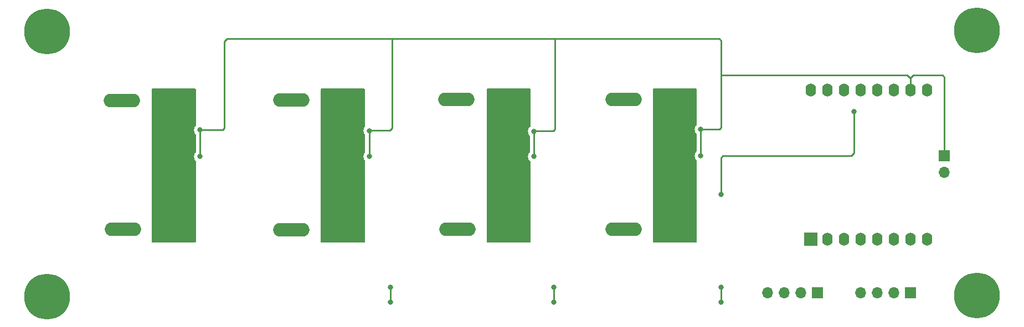
<source format=gbr>
G04 #@! TF.GenerationSoftware,KiCad,Pcbnew,8.0.5*
G04 #@! TF.CreationDate,2025-06-13T07:27:13+02:00*
G04 #@! TF.ProjectId,4-Kanal_Power_Meter,342d4b61-6e61-46c5-9f50-6f7765725f4d,rev?*
G04 #@! TF.SameCoordinates,Original*
G04 #@! TF.FileFunction,Copper,L2,Bot*
G04 #@! TF.FilePolarity,Positive*
%FSLAX46Y46*%
G04 Gerber Fmt 4.6, Leading zero omitted, Abs format (unit mm)*
G04 Created by KiCad (PCBNEW 8.0.5) date 2025-06-13 07:27:13*
%MOMM*%
%LPD*%
G01*
G04 APERTURE LIST*
G04 #@! TA.AperFunction,ComponentPad*
%ADD10O,5.550000X2.100000*%
G04 #@! TD*
G04 #@! TA.AperFunction,ComponentPad*
%ADD11C,7.000000*%
G04 #@! TD*
G04 #@! TA.AperFunction,ComponentPad*
%ADD12R,1.700000X1.700000*%
G04 #@! TD*
G04 #@! TA.AperFunction,ComponentPad*
%ADD13O,1.700000X1.700000*%
G04 #@! TD*
G04 #@! TA.AperFunction,ComponentPad*
%ADD14R,2.000000X2.000000*%
G04 #@! TD*
G04 #@! TA.AperFunction,ComponentPad*
%ADD15O,1.600000X2.000000*%
G04 #@! TD*
G04 #@! TA.AperFunction,ViaPad*
%ADD16C,0.800000*%
G04 #@! TD*
G04 #@! TA.AperFunction,Conductor*
%ADD17C,0.250000*%
G04 #@! TD*
G04 APERTURE END LIST*
D10*
X113499900Y-79146400D03*
X121399900Y-79146400D03*
D11*
X76200000Y-68580000D03*
D12*
X213360000Y-87655400D03*
D13*
X213360000Y-90195400D03*
D11*
X218287600Y-68478400D03*
X76200000Y-109220000D03*
X218287600Y-109118400D03*
D14*
X192900300Y-100482400D03*
D15*
X195440300Y-100482400D03*
X197980300Y-100482400D03*
X200520300Y-100482400D03*
X203060300Y-100482400D03*
X205600300Y-100482400D03*
X208140300Y-100482400D03*
X210680300Y-100482400D03*
X210680300Y-77622400D03*
X208140300Y-77622400D03*
X205600300Y-77622400D03*
X203060300Y-77622400D03*
X200520300Y-77622400D03*
X197980300Y-77622400D03*
X195440300Y-77622400D03*
X192900300Y-77622400D03*
D10*
X138772300Y-79019400D03*
X146672300Y-79019400D03*
D12*
X193941700Y-108635800D03*
D13*
X191401700Y-108635800D03*
X188861700Y-108635800D03*
X186321700Y-108635800D03*
D10*
X87604300Y-79194400D03*
X95504300Y-79194400D03*
D12*
X208165700Y-108635800D03*
D13*
X205625700Y-108635800D03*
X203085700Y-108635800D03*
X200545700Y-108635800D03*
D10*
X164273900Y-79044800D03*
X172173900Y-79044800D03*
X138899300Y-98958400D03*
X146799300Y-98958400D03*
X113473900Y-99009200D03*
X121373900Y-99009200D03*
X87744300Y-98958400D03*
X95644300Y-98958400D03*
X164273900Y-98958400D03*
X172173900Y-98958400D03*
D16*
X176092400Y-87655400D03*
X176092400Y-83616800D03*
X99555300Y-83718400D03*
X125463300Y-83827800D03*
X99555300Y-87782400D03*
X150609300Y-83904000D03*
X150609300Y-87782400D03*
X125463300Y-87782400D03*
X199555100Y-80924400D03*
X179184300Y-107848400D03*
X153657300Y-110134400D03*
X153657300Y-107848400D03*
X128689100Y-107797600D03*
X128689100Y-110083600D03*
X179184300Y-110134400D03*
X179235100Y-93624400D03*
D17*
X176092400Y-83616800D02*
X178981100Y-83616800D01*
X99555300Y-83718400D02*
X99555300Y-87782400D01*
X153517600Y-83845400D02*
X153797000Y-83566000D01*
X128943100Y-83426300D02*
X128943100Y-69748400D01*
X153797000Y-83566000D02*
X153797000Y-69913500D01*
X128600200Y-83769200D02*
X128943100Y-83426300D01*
X125648900Y-83718400D02*
X125463300Y-83904000D01*
X176092400Y-84124800D02*
X176092400Y-83616800D01*
X125260100Y-83769200D02*
X128600200Y-83769200D01*
X208559400Y-75336400D02*
X213080600Y-75336400D01*
X179235100Y-75463400D02*
X179235100Y-70053200D01*
X150609300Y-87909400D02*
X150609300Y-83845400D01*
X178930300Y-69748400D02*
X103657400Y-69748400D01*
X102971600Y-83718400D02*
X99555300Y-83718400D01*
X178981100Y-83616800D02*
X179235100Y-83362800D01*
X150406100Y-83845400D02*
X153517600Y-83845400D01*
X213080600Y-75336400D02*
X213360000Y-75615800D01*
X125463300Y-87909400D02*
X125463300Y-83845400D01*
X179285900Y-75336400D02*
X179235100Y-75387200D01*
X103238300Y-83451700D02*
X102971600Y-83718400D01*
X208140300Y-75793600D02*
X208140300Y-75755500D01*
X103238300Y-70167500D02*
X103238300Y-83451700D01*
X176092400Y-83616800D02*
X176092400Y-87655400D01*
X213360000Y-75615800D02*
X213360000Y-87655400D01*
X179235100Y-83362800D02*
X179235100Y-75463400D01*
X179235100Y-70053200D02*
X178930300Y-69748400D01*
X103657400Y-69748400D02*
X103238300Y-70167500D01*
X207683100Y-75336400D02*
X179285900Y-75336400D01*
X208140300Y-77622400D02*
X208140300Y-75793600D01*
X208140300Y-75755500D02*
X208559400Y-75336400D01*
X179235100Y-75387200D02*
X179235100Y-75463400D01*
X208140300Y-75793600D02*
X207683100Y-75336400D01*
X199097900Y-87680800D02*
X179489100Y-87680800D01*
X179184300Y-110134400D02*
X179184300Y-107848400D01*
X199555100Y-87223600D02*
X199097900Y-87680800D01*
X179184300Y-93573600D02*
X179235100Y-93624400D01*
X153657300Y-110134400D02*
X153657300Y-107848400D01*
X128689100Y-110083600D02*
X128689100Y-107797600D01*
X199555100Y-80924400D02*
X199555100Y-87223600D01*
X179489100Y-87680800D02*
X179184300Y-87985600D01*
X179184300Y-87985600D02*
X179184300Y-93573600D01*
G04 #@! TA.AperFunction,Conductor*
G36*
X98863339Y-77388085D02*
G01*
X98909094Y-77440889D01*
X98920300Y-77492400D01*
X98920300Y-83018307D01*
X98900615Y-83085346D01*
X98888450Y-83101279D01*
X98816263Y-83181450D01*
X98816258Y-83181457D01*
X98720773Y-83346843D01*
X98720770Y-83346850D01*
X98661759Y-83528468D01*
X98661758Y-83528472D01*
X98641796Y-83718400D01*
X98661758Y-83908328D01*
X98661759Y-83908331D01*
X98720770Y-84089949D01*
X98720773Y-84089956D01*
X98816260Y-84255344D01*
X98888450Y-84335519D01*
X98918680Y-84398510D01*
X98920300Y-84418491D01*
X98920300Y-87082307D01*
X98900615Y-87149346D01*
X98888450Y-87165279D01*
X98816263Y-87245450D01*
X98816258Y-87245457D01*
X98720773Y-87410843D01*
X98720770Y-87410850D01*
X98661759Y-87592468D01*
X98661758Y-87592472D01*
X98641796Y-87782400D01*
X98661758Y-87972328D01*
X98661759Y-87972331D01*
X98720770Y-88153949D01*
X98720773Y-88153956D01*
X98816260Y-88319344D01*
X98888450Y-88399519D01*
X98918680Y-88462510D01*
X98920300Y-88482491D01*
X98920300Y-100815600D01*
X98900615Y-100882639D01*
X98847811Y-100928394D01*
X98796300Y-100939600D01*
X92313300Y-100939600D01*
X92246261Y-100919915D01*
X92200506Y-100867111D01*
X92189300Y-100815600D01*
X92189300Y-77492400D01*
X92208985Y-77425361D01*
X92261789Y-77379606D01*
X92313300Y-77368400D01*
X98796300Y-77368400D01*
X98863339Y-77388085D01*
G37*
G04 #@! TD.AperFunction*
G04 #@! TA.AperFunction,Conductor*
G36*
X124695139Y-77388085D02*
G01*
X124740894Y-77440889D01*
X124752100Y-77492400D01*
X124752100Y-83212337D01*
X124732415Y-83279376D01*
X124727813Y-83285407D01*
X124728079Y-83285600D01*
X124724257Y-83290859D01*
X124628773Y-83456243D01*
X124628770Y-83456250D01*
X124587127Y-83584415D01*
X124569758Y-83637872D01*
X124549796Y-83827800D01*
X124569758Y-84017728D01*
X124569759Y-84017731D01*
X124628770Y-84199349D01*
X124628773Y-84199356D01*
X124724259Y-84364743D01*
X124728078Y-84369999D01*
X124725718Y-84371713D01*
X124750469Y-84423219D01*
X124752100Y-84443262D01*
X124752100Y-87166937D01*
X124732415Y-87233976D01*
X124727813Y-87240007D01*
X124728079Y-87240200D01*
X124724257Y-87245459D01*
X124628773Y-87410843D01*
X124628770Y-87410850D01*
X124569759Y-87592468D01*
X124569758Y-87592472D01*
X124549796Y-87782400D01*
X124569758Y-87972328D01*
X124569759Y-87972331D01*
X124628770Y-88153949D01*
X124628773Y-88153956D01*
X124724259Y-88319343D01*
X124728078Y-88324599D01*
X124725718Y-88326313D01*
X124750469Y-88377819D01*
X124752100Y-88397862D01*
X124752100Y-100866400D01*
X124732415Y-100933439D01*
X124679611Y-100979194D01*
X124628100Y-100990400D01*
X118145100Y-100990400D01*
X118078061Y-100970715D01*
X118032306Y-100917911D01*
X118021100Y-100866400D01*
X118021100Y-77492400D01*
X118040785Y-77425361D01*
X118093589Y-77379606D01*
X118145100Y-77368400D01*
X124628100Y-77368400D01*
X124695139Y-77388085D01*
G37*
G04 #@! TD.AperFunction*
G04 #@! TA.AperFunction,Conductor*
G36*
X175444339Y-77388085D02*
G01*
X175490094Y-77440889D01*
X175501300Y-77492400D01*
X175501300Y-82867952D01*
X175481615Y-82934991D01*
X175469450Y-82950924D01*
X175353359Y-83079857D01*
X175257873Y-83245243D01*
X175257870Y-83245250D01*
X175198859Y-83426868D01*
X175198858Y-83426872D01*
X175178896Y-83616800D01*
X175198858Y-83806728D01*
X175198859Y-83806731D01*
X175257870Y-83988349D01*
X175257873Y-83988356D01*
X175327452Y-84108871D01*
X175353360Y-84153744D01*
X175427049Y-84235584D01*
X175457280Y-84298575D01*
X175458900Y-84318556D01*
X175458900Y-86953641D01*
X175439215Y-87020680D01*
X175427050Y-87036613D01*
X175353363Y-87118450D01*
X175353358Y-87118457D01*
X175257873Y-87283843D01*
X175257870Y-87283850D01*
X175198859Y-87465468D01*
X175198858Y-87465472D01*
X175178896Y-87655400D01*
X175198858Y-87845328D01*
X175198859Y-87845331D01*
X175257870Y-88026949D01*
X175257873Y-88026956D01*
X175353360Y-88192344D01*
X175412749Y-88258302D01*
X175469450Y-88321276D01*
X175499680Y-88384268D01*
X175501300Y-88404248D01*
X175501300Y-100866400D01*
X175481615Y-100933439D01*
X175428811Y-100979194D01*
X175377300Y-100990400D01*
X168894300Y-100990400D01*
X168827261Y-100970715D01*
X168781506Y-100917911D01*
X168770300Y-100866400D01*
X168770300Y-77492400D01*
X168789985Y-77425361D01*
X168842789Y-77379606D01*
X168894300Y-77368400D01*
X175377300Y-77368400D01*
X175444339Y-77388085D01*
G37*
G04 #@! TD.AperFunction*
G04 #@! TA.AperFunction,Conductor*
G36*
X150044339Y-77388085D02*
G01*
X150090094Y-77440889D01*
X150101300Y-77492400D01*
X150101300Y-83086934D01*
X150081615Y-83153973D01*
X150050187Y-83187251D01*
X149998046Y-83225134D01*
X149870259Y-83367057D01*
X149774773Y-83532443D01*
X149774770Y-83532450D01*
X149733127Y-83660615D01*
X149715758Y-83714072D01*
X149695796Y-83904000D01*
X149715758Y-84093928D01*
X149715759Y-84093931D01*
X149774770Y-84275549D01*
X149774773Y-84275556D01*
X149870260Y-84440944D01*
X149943949Y-84522784D01*
X149974180Y-84585775D01*
X149975800Y-84605756D01*
X149975800Y-87080641D01*
X149956115Y-87147680D01*
X149943950Y-87163613D01*
X149870263Y-87245450D01*
X149870258Y-87245457D01*
X149774773Y-87410843D01*
X149774770Y-87410850D01*
X149715759Y-87592468D01*
X149715758Y-87592472D01*
X149695796Y-87782400D01*
X149715758Y-87972328D01*
X149715759Y-87972331D01*
X149774770Y-88153949D01*
X149774773Y-88153956D01*
X149870260Y-88319344D01*
X149927085Y-88382454D01*
X149998046Y-88461266D01*
X150021326Y-88478179D01*
X150050185Y-88499147D01*
X150092850Y-88554474D01*
X150101300Y-88599464D01*
X150101300Y-100866400D01*
X150081615Y-100933439D01*
X150028811Y-100979194D01*
X149977300Y-100990400D01*
X143494300Y-100990400D01*
X143427261Y-100970715D01*
X143381506Y-100917911D01*
X143370300Y-100866400D01*
X143370300Y-77492400D01*
X143389985Y-77425361D01*
X143442789Y-77379606D01*
X143494300Y-77368400D01*
X149977300Y-77368400D01*
X150044339Y-77388085D01*
G37*
G04 #@! TD.AperFunction*
M02*

</source>
